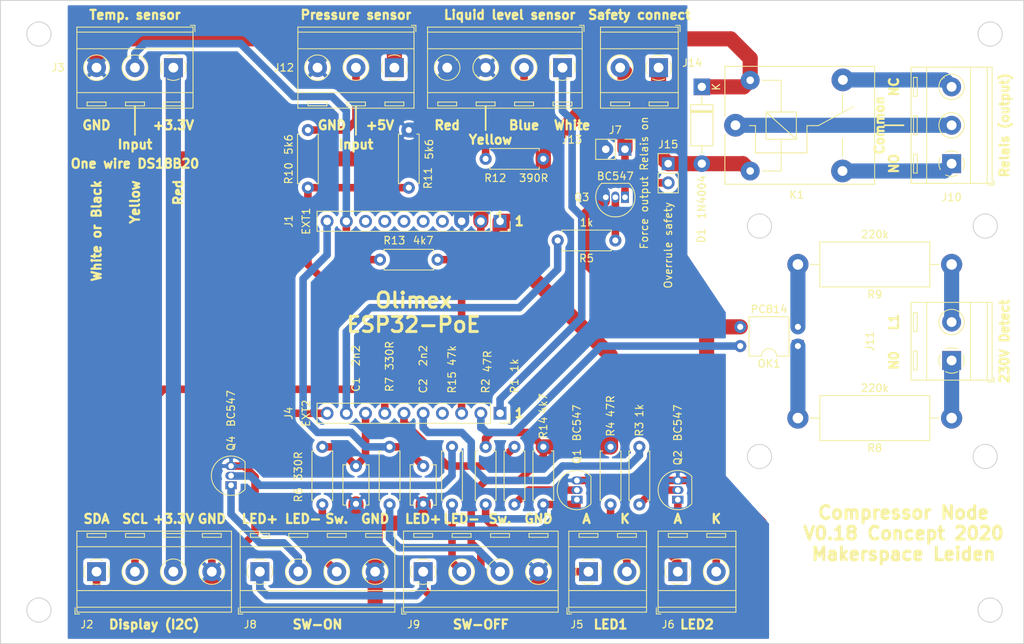
<source format=kicad_pcb>
(kicad_pcb (version 20171130) (host pcbnew 5.1.5+dfsg1-2build2)
  (title_block (title CompressorNode) (date 2020-04-27) (rev "V0.18 Concept") (company "MakerSpace Leiden") (comment 1 "Getekend door Hans Beerman"))
  (layers (0 F.Cu signal) (31 B.Cu signal) (34 B.Paste user) (35 F.Paste user) (36 B.SilkS user) (37 F.SilkS user) (38 B.Mask user) (39 F.Mask user) (44 Edge.Cuts user))
  (net 0 "")
  (net 1 GND)
  (net 2 GPIO15_HS2_CMD)
  (net 3 GPIO5_SPI_C5)
  (net 4 "Net-(D1-Pad2)")
  (net 5 +5V)
  (net 6 GPIO4_U1TXD)
  (net 7 +3V3)
  (net 8 GPIO16_I2C-SCL)
  (net 9 GPIO13_I2C-SDA)
  (net 10 GPIO14_HS2_CLK)
  (net 11 GPIO32)
  (net 12 GPIO33)
  (net 13 GPI35)
  (net 14 GPI36_U1RXD)
  (net 15 GPI39)
  (net 16 "Net-(J5-Pad1)")
  (net 17 "Net-(J6-Pad2)")
  (net 18 "Net-(J6-Pad1)")
  (net 19 "Net-(J10-Pad3)")
  (net 20 "Net-(J10-Pad2)")
  (net 21 "Net-(J10-Pad1)")
  (net 22 "Net-(J11-Pad2)")
  (net 23 "Net-(J11-Pad1)")
  (net 24 "Net-(J12-Pad2)")
  (net 25 "Net-(J13-Pad2)")
  (net 26 "Net-(Q1-Pad2)")
  (net 27 "Net-(Q2-Pad2)")
  (net 28 "Net-(Q3-Pad2)")
  (net 29 "Net-(OK1-Pad2)")
  (net 30 "Net-(OK1-Pad1)")
  (net 31 "Net-(J8-Pad2)")
  (net 32 SWITCH-LED1-)
  (net 33 "Net-(J8-Pad3)")
  (net 34 "Net-(J9-Pad3)")
  (net 35 "Net-(Q4-Pad2)")
  (net 36 "Net-(J14-Pad2)")
  (module Connector_PinHeader_2.54mm:PinHeader_1x02_P2.54mm_Vertical (layer F.Cu) (at 166.37 76.2)
    (fp_text reference J15 (at 0 -2.54) (layer F.SilkS))
    (fp_text value "Overrule safety" (at 0 10.795 90) (layer F.SilkS))
    (pad 2 thru_hole oval (at 0 2.54) (size 1.7 1.7) (drill 1) (layers *.Cu *.Mask) (net 36 "Net-(J14-Pad2)"))
    (pad 1 thru_hole rect (at 0 0) (size 1.7 1.7) (drill 1) (layers *.Cu *.Mask) (net 4 "Net-(D1-Pad2)"))
  )
  (module Diode_THT:D_DO-41_SOD81_P10.16mm_Horizontal (layer F.Cu) (at 170.815 66.04 270)
    (fp_text reference D1 (at 19.685 0.07 90) (layer F.SilkS))
    (fp_text value 1N4004 (at 14.605 0 90) (layer F.SilkS))
    (fp_text user K (at 0 -1.905 90) (layer F.SilkS))
    (pad 2 thru_hole oval (at 10.16 0 270) (size 2.2 2.2) (drill 1.1) (layers *.Cu *.Mask) (net 4 "Net-(D1-Pad2)"))
    (pad 1 thru_hole rect (at 0 0 270) (size 2.2 2.2) (drill 1.1) (layers *.Cu *.Mask) (net 5 +5V))
  )
  (module TerminalBlock_RND:TerminalBlock_RND_205-00287_1x02_P5.08mm_Horizontal (layer F.Cu) (at 165.1 63.5 180)
    (fp_text reference J14 (at -4.445 0.635) (layer F.SilkS))
    (fp_text value Screw_Terminal_01x02)
    (pad 2 thru_hole circle (at 5.08 0 180) (size 2.5 2.5) (drill 1.3) (layers *.Cu *.Mask) (net 36 "Net-(J14-Pad2)"))
    (pad 1 thru_hole rect (at 0 0 180) (size 2.5 2.5) (drill 1.3) (layers *.Cu *.Mask) (net 4 "Net-(D1-Pad2)"))
  )
  (module Capacitor_THT:C_Disc_D5.1mm_W3.2mm_P5.00mm (layer F.Cu) (at 133.985 116.205 270)
    (fp_text reference C2 (at -9.525 0 90) (layer F.SilkS) (effects (justify left)))
    (fp_text value 2n2 (at -14.605 0 90) (layer F.SilkS))
    (pad 2 thru_hole circle (at 5 0 270) (size 1.6 1.6) (drill 0.8) (layers *.Cu *.Mask) (net 1 GND))
    (pad 1 thru_hole circle (at 0 0 270) (size 1.6 1.6) (drill 0.8) (layers *.Cu *.Mask) (net 3 GPIO5_SPI_C5))
  )
  (module Resistor_THT:R_Axial_DIN0207_L6.3mm_D2.5mm_P7.62mm_Horizontal (layer F.Cu) (at 158.75 113.665 270)
    (fp_text reference R4 (at -1.27 0 90) (layer F.SilkS) (effects (justify left)))
    (fp_text value 47R (at -3.81 0 90) (layer F.SilkS) (effects (justify left)))
    (pad 2 thru_hole oval (at 7.62 0 270) (size 1.6 1.6) (drill 0.8) (layers *.Cu *.Mask) (net 18 "Net-(J6-Pad1)"))
    (pad 1 thru_hole circle (at 0 0 270) (size 1.6 1.6) (drill 0.8) (layers *.Cu *.Mask) (net 5 +5V))
  )
  (module Package_TO_SOT_THT:TO-92_Inline (layer F.Cu) (at 167.64 120.65 90)
    (fp_text reference Q2 (at 4.445 0 90) (layer F.SilkS) (effects (justify left)))
    (fp_text value BC547 (at 10.16 0 90) (layer F.SilkS))
    (pad 1 thru_hole rect (at 0 0 90) (size 1.05 1.5) (drill 0.75) (layers *.Cu *.Mask) (net 17 "Net-(J6-Pad2)"))
    (pad 3 thru_hole oval (at 2.54 0 90) (size 1.05 1.5) (drill 0.75) (layers *.Cu *.Mask) (net 1 GND))
    (pad 2 thru_hole oval (at 1.27 0 90) (size 1.05 1.5) (drill 0.75) (layers *.Cu *.Mask) (net 27 "Net-(Q2-Pad2)"))
  )
  (module TerminalBlock_RND:TerminalBlock_RND_205-00287_1x02_P5.08mm_Horizontal (layer F.Cu) (at 167.64 130.175)
    (fp_text reference J6 (at -1.27 6.985) (layer F.SilkS))
    (fp_text value Screw_Terminal_01x02)
    (pad 2 thru_hole circle (at 5.08 0) (size 2.5 2.5) (drill 1.3) (layers *.Cu *.Mask) (net 17 "Net-(J6-Pad2)"))
    (pad 1 thru_hole rect (at 0 0) (size 2.5 2.5) (drill 1.3) (layers *.Cu *.Mask) (net 18 "Net-(J6-Pad1)"))
  )
  (module TerminalBlock_RND:TerminalBlock_RND_205-00287_1x02_P5.08mm_Horizontal (layer F.Cu) (at 155.829 130.175)
    (fp_text reference J5 (at -1.524 6.985) (layer F.SilkS))
    (fp_text value Screw_Terminal_01x02)
    (pad 2 thru_hole circle (at 5.08 0) (size 2.5 2.5) (drill 1.3) (layers *.Cu *.Mask) (net 32 SWITCH-LED1-))
    (pad 1 thru_hole rect (at 0 0) (size 2.5 2.5) (drill 1.3) (layers *.Cu *.Mask) (net 16 "Net-(J5-Pad1)"))
  )
  (module Resistor_THT:R_Axial_DIN0207_L6.3mm_D2.5mm_P7.62mm_Horizontal (layer F.Cu) (at 137.795 113.665 270)
    (fp_text reference R15 (at -6.985 0 90) (layer F.SilkS) (effects (justify left)))
    (fp_text value 47k (at -12.065 0 90) (layer F.SilkS))
    (pad 2 thru_hole oval (at 7.62 0 270) (size 1.6 1.6) (drill 0.8) (layers *.Cu *.Mask) (net 32 SWITCH-LED1-))
    (pad 1 thru_hole circle (at 0 0 270) (size 1.6 1.6) (drill 0.8) (layers *.Cu *.Mask) (net 35 "Net-(Q4-Pad2)"))
  )
  (module Resistor_THT:R_Axial_DIN0207_L6.3mm_D2.5mm_P7.62mm_Horizontal (layer F.Cu) (at 149.86 113.665 270)
    (fp_text reference R14 (at -2.54 0 90) (layer F.SilkS))
    (fp_text value 4k7 (at -5.715 0 90) (layer F.SilkS))
    (pad 2 thru_hole oval (at 7.62 0 270) (size 1.6 1.6) (drill 0.8) (layers *.Cu *.Mask) (net 32 SWITCH-LED1-))
    (pad 1 thru_hole circle (at 0 0 270) (size 1.6 1.6) (drill 0.8) (layers *.Cu *.Mask) (net 5 +5V))
  )
  (module Package_TO_SOT_THT:TO-92_Inline (layer F.Cu) (at 108.585 118.745 90)
    (fp_text reference Q4 (at 4.445 0 90) (layer F.SilkS) (effects (justify left)))
    (fp_text value BC547 (at 10.16 0 90) (layer F.SilkS))
    (pad 1 thru_hole rect (at 0 0 90) (size 1.05 1.5) (drill 0.75) (layers *.Cu *.Mask) (net 31 "Net-(J8-Pad2)"))
    (pad 3 thru_hole oval (at 2.54 0 90) (size 1.05 1.5) (drill 0.75) (layers *.Cu *.Mask) (net 1 GND))
    (pad 2 thru_hole oval (at 1.27 0 90) (size 1.05 1.5) (drill 0.75) (layers *.Cu *.Mask) (net 35 "Net-(Q4-Pad2)"))
  )
  (module TerminalBlock_RND:TerminalBlock_RND_205-00289_1x04_P5.08mm_Horizontal (layer F.Cu) (at 133.985 130.175)
    (fp_text reference J9 (at -1.27 6.985) (layer F.SilkS))
    (fp_text value Screw_Terminal_01x04)
    (pad 4 thru_hole circle (at 15.24 0) (size 2.5 2.5) (drill 1.3) (layers *.Cu *.Mask) (net 1 GND))
    (pad 3 thru_hole circle (at 10.16 0) (size 2.5 2.5) (drill 1.3) (layers *.Cu *.Mask) (net 34 "Net-(J9-Pad3)"))
    (pad 2 thru_hole circle (at 5.08 0) (size 2.5 2.5) (drill 1.3) (layers *.Cu *.Mask) (net 32 SWITCH-LED1-))
    (pad 1 thru_hole rect (at 0 0) (size 2.5 2.5) (drill 1.3) (layers *.Cu *.Mask) (net 5 +5V))
  )
  (module TerminalBlock_RND:TerminalBlock_RND_205-00289_1x04_P5.08mm_Horizontal (layer F.Cu) (at 112.395 130.175)
    (fp_text reference J8 (at -1.27 6.985) (layer F.SilkS))
    (fp_text value Screw_Terminal_01x04)
    (pad 4 thru_hole circle (at 15.24 0) (size 2.5 2.5) (drill 1.3) (layers *.Cu *.Mask) (net 1 GND))
    (pad 3 thru_hole circle (at 10.16 0) (size 2.5 2.5) (drill 1.3) (layers *.Cu *.Mask) (net 33 "Net-(J8-Pad3)"))
    (pad 2 thru_hole circle (at 5.08 0) (size 2.5 2.5) (drill 1.3) (layers *.Cu *.Mask) (net 31 "Net-(J8-Pad2)"))
    (pad 1 thru_hole rect (at 0 0) (size 2.5 2.5) (drill 1.3) (layers *.Cu *.Mask) (net 5 +5V))
  )
  (module Resistor_THT:R_Axial_DIN0207_L6.3mm_D2.5mm_P7.62mm_Horizontal (layer F.Cu) (at 129.54 121.285 90)
    (fp_text reference R7 (at 15.875 0 90) (layer F.SilkS))
    (fp_text value 330R (at 19.685 0 90) (layer F.SilkS))
    (pad 2 thru_hole oval (at 7.62 0 90) (size 1.6 1.6) (drill 0.8) (layers *.Cu *.Mask) (net 3 GPIO5_SPI_C5))
    (pad 1 thru_hole circle (at 0 0 90) (size 1.6 1.6) (drill 0.8) (layers *.Cu *.Mask) (net 34 "Net-(J9-Pad3)"))
  )
  (module Resistor_THT:R_Axial_DIN0207_L6.3mm_D2.5mm_P7.62mm_Horizontal (layer F.Cu) (at 128.27 88.9)
    (fp_text reference R13 (at 1.905 -2.54) (layer F.SilkS))
    (fp_text value 4k7 (at 5.715 -2.54) (layer F.SilkS))
    (pad 2 thru_hole oval (at 7.62 0) (size 1.6 1.6) (drill 0.8) (layers *.Cu *.Mask) (net 7 +3V3))
    (pad 1 thru_hole circle (at 0 0) (size 1.6 1.6) (drill 0.8) (layers *.Cu *.Mask) (net 6 GPIO4_U1TXD))
  )
  (module Resistor_THT:R_Axial_DIN0207_L6.3mm_D2.5mm_P7.62mm_Horizontal (layer F.Cu) (at 149.86 75.565 180)
    (fp_text reference R12 (at 6.35 -2.54) (layer F.SilkS))
    (fp_text value 390R (at 1.27 -2.54) (layer F.SilkS))
    (pad 2 thru_hole oval (at 7.62 0 180) (size 1.6 1.6) (drill 0.8) (layers *.Cu *.Mask) (net 25 "Net-(J13-Pad2)"))
    (pad 1 thru_hole circle (at 0 0 180) (size 1.6 1.6) (drill 0.8) (layers *.Cu *.Mask) (net 5 +5V))
  )
  (module Resistor_THT:R_Axial_DIN0207_L6.3mm_D2.5mm_P7.62mm_Horizontal (layer F.Cu) (at 132.08 71.755 270)
    (fp_text reference R11 (at 6.35 -2.54 90) (layer F.SilkS))
    (fp_text value 5k6 (at 2.54 -2.71 90) (layer F.SilkS))
    (pad 2 thru_hole oval (at 7.62 0 270) (size 1.6 1.6) (drill 0.8) (layers *.Cu *.Mask) (net 13 GPI35))
    (pad 1 thru_hole circle (at 0 0 270) (size 1.6 1.6) (drill 0.8) (layers *.Cu *.Mask) (net 1 GND))
  )
  (module Resistor_THT:R_Axial_DIN0207_L6.3mm_D2.5mm_P7.62mm_Horizontal (layer F.Cu) (at 118.745 79.375 90)
    (fp_text reference R10 (at 1.905 -2.54 90) (layer F.SilkS))
    (fp_text value 5k6 (at 5.715 -2.54 90) (layer F.SilkS))
    (pad 2 thru_hole oval (at 7.62 0 90) (size 1.6 1.6) (drill 0.8) (layers *.Cu *.Mask) (net 24 "Net-(J12-Pad2)"))
    (pad 1 thru_hole circle (at 0 0 90) (size 1.6 1.6) (drill 0.8) (layers *.Cu *.Mask) (net 13 GPI35))
  )
  (module Resistor_THT:R_Axial_DIN0614_L14.3mm_D5.7mm_P20.32mm_Horizontal (layer F.Cu) (at 203.835 89.535 180)
    (fp_text reference R9 (at 10.16 -3.97) (layer F.SilkS))
    (fp_text value 220k (at 10.16 3.97) (layer F.SilkS))
    (pad 2 thru_hole oval (at 20.32 0 180) (size 2.8 2.8) (drill 1.4) (layers *.Cu *.Mask) (net 29 "Net-(OK1-Pad2)"))
    (pad 1 thru_hole circle (at 0 0 180) (size 2.8 2.8) (drill 1.4) (layers *.Cu *.Mask) (net 22 "Net-(J11-Pad2)"))
  )
  (module Resistor_THT:R_Axial_DIN0614_L14.3mm_D5.7mm_P20.32mm_Horizontal (layer F.Cu) (at 203.835 109.855 180)
    (fp_text reference R8 (at 10.16 -3.97) (layer F.SilkS))
    (fp_text value 220k (at 10.16 3.97) (layer F.SilkS))
    (pad 2 thru_hole oval (at 20.32 0 180) (size 2.8 2.8) (drill 1.4) (layers *.Cu *.Mask) (net 30 "Net-(OK1-Pad1)"))
    (pad 1 thru_hole circle (at 0 0 180) (size 2.8 2.8) (drill 1.4) (layers *.Cu *.Mask) (net 23 "Net-(J11-Pad1)"))
  )
  (module Resistor_THT:R_Axial_DIN0207_L6.3mm_D2.5mm_P7.62mm_Horizontal (layer F.Cu) (at 120.65 121.285 90)
    (fp_text reference R6 (at 1.27 -3.175 90) (layer F.SilkS))
    (fp_text value 330R (at 5.08 -3.175 90) (layer F.SilkS))
    (pad 2 thru_hole oval (at 7.62 0 90) (size 1.6 1.6) (drill 0.8) (layers *.Cu *.Mask) (net 2 GPIO15_HS2_CMD))
    (pad 1 thru_hole circle (at 0 0 90) (size 1.6 1.6) (drill 0.8) (layers *.Cu *.Mask) (net 33 "Net-(J8-Pad3)"))
  )
  (module Resistor_THT:R_Axial_DIN0207_L6.3mm_D2.5mm_P7.62mm_Horizontal (layer F.Cu) (at 159.385 86.36 180)
    (fp_text reference R5 (at 3.81 -2.37) (layer F.SilkS))
    (fp_text value 1k (at 3.81 2.37) (layer F.SilkS))
    (pad 2 thru_hole oval (at 7.62 0 180) (size 1.6 1.6) (drill 0.8) (layers *.Cu *.Mask) (net 10 GPIO14_HS2_CLK))
    (pad 1 thru_hole circle (at 0 0 180) (size 1.6 1.6) (drill 0.8) (layers *.Cu *.Mask) (net 28 "Net-(Q3-Pad2)"))
  )
  (module Resistor_THT:R_Axial_DIN0207_L6.3mm_D2.5mm_P7.62mm_Horizontal (layer F.Cu) (at 162.56 121.285 90)
    (fp_text reference R3 (at 8.89 0 90) (layer F.SilkS) (effects (justify left)))
    (fp_text value 1k (at 11.43 0 90) (layer F.SilkS) (effects (justify left)))
    (pad 2 thru_hole oval (at 7.62 0 90) (size 1.6 1.6) (drill 0.8) (layers *.Cu *.Mask) (net 12 GPIO33))
    (pad 1 thru_hole circle (at 0 0 90) (size 1.6 1.6) (drill 0.8) (layers *.Cu *.Mask) (net 27 "Net-(Q2-Pad2)"))
  )
  (module Resistor_THT:R_Axial_DIN0207_L6.3mm_D2.5mm_P7.62mm_Horizontal (layer F.Cu) (at 142.24 113.665 270)
    (fp_text reference R2 (at -6.985 0 90) (layer F.SilkS) (effects (justify left)))
    (fp_text value 47R (at -11.303 -0.254 90) (layer F.SilkS))
    (pad 2 thru_hole oval (at 7.62 0 270) (size 1.6 1.6) (drill 0.8) (layers *.Cu *.Mask) (net 16 "Net-(J5-Pad1)"))
    (pad 1 thru_hole circle (at 0 0 270) (size 1.6 1.6) (drill 0.8) (layers *.Cu *.Mask) (net 5 +5V))
  )
  (module Resistor_THT:R_Axial_DIN0207_L6.3mm_D2.5mm_P7.62mm_Horizontal (layer F.Cu) (at 146.05 121.285 90)
    (fp_text reference R1 (at 14.605 0 90) (layer F.SilkS) (effects (justify left)))
    (fp_text value 1k (at 18.415 0 90) (layer F.SilkS))
    (pad 2 thru_hole oval (at 7.62 0 90) (size 1.6 1.6) (drill 0.8) (layers *.Cu *.Mask) (net 11 GPIO32))
    (pad 1 thru_hole circle (at 0 0 90) (size 1.6 1.6) (drill 0.8) (layers *.Cu *.Mask) (net 26 "Net-(Q1-Pad2)"))
  )
  (module Package_TO_SOT_THT:TO-92_Inline (layer F.Cu) (at 160.655 80.645 180)
    (fp_text reference Q3 (at 5.715 0) (layer F.SilkS))
    (fp_text value BC547 (at 1.27 2.79) (layer F.SilkS))
    (pad 1 thru_hole rect (at 0 0 180) (size 1.05 1.5) (drill 0.75) (layers *.Cu *.Mask) (net 36 "Net-(J14-Pad2)"))
    (pad 3 thru_hole oval (at 2.54 0 180) (size 1.05 1.5) (drill 0.75) (layers *.Cu *.Mask) (net 1 GND))
    (pad 2 thru_hole oval (at 1.27 0 180) (size 1.05 1.5) (drill 0.75) (layers *.Cu *.Mask) (net 28 "Net-(Q3-Pad2)"))
  )
  (module Package_TO_SOT_THT:TO-92_Inline (layer F.Cu) (at 154.305 120.65 90)
    (fp_text reference Q1 (at 5.715 0 90) (layer F.SilkS))
    (fp_text value BC547 (at 10.16 0 90) (layer F.SilkS))
    (pad 1 thru_hole rect (at 0 0 90) (size 1.05 1.5) (drill 0.75) (layers *.Cu *.Mask) (net 32 SWITCH-LED1-))
    (pad 3 thru_hole oval (at 2.54 0 90) (size 1.05 1.5) (drill 0.75) (layers *.Cu *.Mask) (net 1 GND))
    (pad 2 thru_hole oval (at 1.27 0 90) (size 1.05 1.5) (drill 0.75) (layers *.Cu *.Mask) (net 26 "Net-(Q1-Pad2)"))
  )
  (module Package_DIP:DIP-4_W7.62mm (layer F.Cu) (at 183.515 100.33 180)
    (fp_text reference OK1 (at 3.81 -2.33) (layer F.SilkS))
    (fp_text value PC814 (at 3.81 4.87) (layer F.SilkS))
    (pad 4 thru_hole oval (at 7.62 0 180) (size 1.6 1.6) (drill 0.8) (layers *.Cu *.Mask) (net 14 GPI36_U1RXD))
    (pad 2 thru_hole oval (at 0 2.54 180) (size 1.6 1.6) (drill 0.8) (layers *.Cu *.Mask) (net 29 "Net-(OK1-Pad2)"))
    (pad 3 thru_hole oval (at 7.62 2.54 180) (size 1.6 1.6) (drill 0.8) (layers *.Cu *.Mask) (net 1 GND))
    (pad 1 thru_hole rect (at 0 0 180) (size 1.6 1.6) (drill 0.8) (layers *.Cu *.Mask) (net 30 "Net-(OK1-Pad1)"))
  )
  (module Relay_THT:Relay_SPDT_SANYOU_SRD_Series_Form_C (layer F.Cu) (at 175.26 71.12)
    (fp_text reference K1 (at 8.1 9.2) (layer F.SilkS))
    (fp_text value SANYOU_SRD_Form_C)
    (pad 1 thru_hole circle (at 0 0 90) (size 3 3) (drill 1.3) (layers *.Cu *.Mask) (net 20 "Net-(J10-Pad2)"))
    (pad 5 thru_hole circle (at 1.95 -5.95 90) (size 2.5 2.5) (drill 1) (layers *.Cu *.Mask) (net 5 +5V))
    (pad 4 thru_hole circle (at 14.2 -6 90) (size 3 3) (drill 1.3) (layers *.Cu *.Mask) (net 19 "Net-(J10-Pad3)"))
    (pad 3 thru_hole circle (at 14.15 6.05 90) (size 3 3) (drill 1.3) (layers *.Cu *.Mask) (net 21 "Net-(J10-Pad1)"))
    (pad 2 thru_hole circle (at 1.95 6.05 90) (size 2.5 2.5) (drill 1) (layers *.Cu *.Mask) (net 4 "Net-(D1-Pad2)"))
  )
  (module TerminalBlock_RND:TerminalBlock_RND_205-00289_1x04_P5.08mm_Horizontal (layer F.Cu) (at 152.4 63.5 180)
    (fp_text reference J13 (at -1.27 -9.525) (layer F.SilkS))
    (fp_text value Screw_Terminal_01x04)
    (pad 4 thru_hole circle (at 15.24 0 180) (size 2.5 2.5) (drill 1.3) (layers *.Cu *.Mask) (net 1 GND))
    (pad 3 thru_hole circle (at 10.16 0 180) (size 2.5 2.5) (drill 1.3) (layers *.Cu *.Mask) (net 1 GND))
    (pad 2 thru_hole circle (at 5.08 0 180) (size 2.5 2.5) (drill 1.3) (layers *.Cu *.Mask) (net 25 "Net-(J13-Pad2)"))
    (pad 1 thru_hole rect (at 0 0 180) (size 2.5 2.5) (drill 1.3) (layers *.Cu *.Mask) (net 15 GPI39))
  )
  (module TerminalBlock_RND:TerminalBlock_RND_205-00288_1x03_P5.08mm_Horizontal (layer F.Cu) (at 130.175 63.5 180)
    (fp_text reference J12 (at 14.605 0) (layer F.SilkS))
    (fp_text value Screw_Terminal_01x03)
    (pad 3 thru_hole circle (at 10.16 0 180) (size 2.5 2.5) (drill 1.3) (layers *.Cu *.Mask) (net 1 GND))
    (pad 2 thru_hole circle (at 5.08 0 180) (size 2.5 2.5) (drill 1.3) (layers *.Cu *.Mask) (net 24 "Net-(J12-Pad2)"))
    (pad 1 thru_hole rect (at 0 0 180) (size 2.5 2.5) (drill 1.3) (layers *.Cu *.Mask) (net 5 +5V))
  )
  (module TerminalBlock_RND:TerminalBlock_RND_205-00287_1x02_P5.08mm_Horizontal (layer F.Cu) (at 203.835 102.235 90)
    (fp_text reference J11 (at 2.54 -10.795 90) (layer F.SilkS))
    (fp_text value Screw_Terminal_01x02)
    (pad 2 thru_hole circle (at 5.08 0 90) (size 2.5 2.5) (drill 1.3) (layers *.Cu *.Mask) (net 22 "Net-(J11-Pad2)"))
    (pad 1 thru_hole rect (at 0 0 90) (size 2.5 2.5) (drill 1.3) (layers *.Cu *.Mask) (net 23 "Net-(J11-Pad1)"))
  )
  (module TerminalBlock_RND:TerminalBlock_RND_205-00288_1x03_P5.08mm_Horizontal (layer F.Cu) (at 203.835 76.2 90)
    (fp_text reference J10 (at -4.445 0 180) (layer F.SilkS))
    (fp_text value Screw_Terminal_01x03)
    (pad 3 thru_hole circle (at 10.16 0 90) (size 2.5 2.5) (drill 1.3) (layers *.Cu *.Mask) (net 19 "Net-(J10-Pad3)"))
    (pad 2 thru_hole circle (at 5.08 0 90) (size 2.5 2.5) (drill 1.3) (layers *.Cu *.Mask) (net 20 "Net-(J10-Pad2)"))
    (pad 1 thru_hole rect (at 0 0 90) (size 2.5 2.5) (drill 1.3) (layers *.Cu *.Mask) (net 21 "Net-(J10-Pad1)"))
  )
  (module Connector_PinHeader_2.54mm:PinHeader_1x02_P2.54mm_Vertical (layer F.Cu) (at 160.655 74.295 270)
    (fp_text reference J7 (at -2.54 1.27) (layer F.SilkS))
    (fp_text value "Force output Relais on" (at 4.445 -2.54 270) (layer F.SilkS))
    (pad 2 thru_hole oval (at 0 2.54 270) (size 1.7 1.7) (drill 1) (layers *.Cu *.Mask) (net 1 GND))
    (pad 1 thru_hole rect (at 0 0 270) (size 1.7 1.7) (drill 1) (layers *.Cu *.Mask) (net 36 "Net-(J14-Pad2)"))
  )
  (module Connector_PinSocket_2.54mm:PinSocket_1x10_P2.54mm_Vertical (layer F.Cu) (at 144.145 109.22 270)
    (fp_text reference J4 (at 0 27.94 90) (layer F.SilkS))
    (fp_text value EXT2 (at 0 25.63 90) (layer F.SilkS))
    (pad 10 thru_hole oval (at 0 22.86 270) (size 1.7 1.7) (drill 1) (layers *.Cu *.Mask) (net 9 GPIO13_I2C-SDA))
    (pad 9 thru_hole oval (at 0 20.32 270) (size 1.7 1.7) (drill 1) (layers *.Cu *.Mask) (net 10 GPIO14_HS2_CLK))
    (pad 8 thru_hole oval (at 0 17.78 270) (size 1.7 1.7) (drill 1) (layers *.Cu *.Mask) (net 2 GPIO15_HS2_CMD))
    (pad 7 thru_hole oval (at 0 15.24 270) (size 1.7 1.7) (drill 1) (layers *.Cu *.Mask) (net 8 GPIO16_I2C-SCL))
    (pad 6 thru_hole oval (at 0 12.7 270) (size 1.7 1.7) (drill 1) (layers *.Cu *.Mask) (net 11 GPIO32))
    (pad 5 thru_hole oval (at 0 10.16 270) (size 1.7 1.7) (drill 1) (layers *.Cu *.Mask) (net 12 GPIO33))
    (pad 4 thru_hole oval (at 0 7.62 270) (size 1.7 1.7) (drill 1) (layers *.Cu *.Mask))
    (pad 3 thru_hole oval (at 0 5.08 270) (size 1.7 1.7) (drill 1) (layers *.Cu *.Mask) (net 13 GPI35))
    (pad 2 thru_hole oval (at 0 2.54 270) (size 1.7 1.7) (drill 1) (layers *.Cu *.Mask) (net 14 GPI36_U1RXD))
    (pad 1 thru_hole rect (at 0 0 270) (size 1.7 1.7) (drill 1) (layers *.Cu *.Mask) (net 15 GPI39))
  )
  (module TerminalBlock_RND:TerminalBlock_RND_205-00288_1x03_P5.08mm_Horizontal (layer F.Cu) (at 100.965 63.5 180)
    (fp_text reference J3 (at 15.24 0) (layer F.SilkS))
    (fp_text value Screw_Terminal_01x03)
    (pad 3 thru_hole circle (at 10.16 0 180) (size 2.5 2.5) (drill 1.3) (layers *.Cu *.Mask) (net 1 GND))
    (pad 2 thru_hole circle (at 5.08 0 180) (size 2.5 2.5) (drill 1.3) (layers *.Cu *.Mask) (net 6 GPIO4_U1TXD))
    (pad 1 thru_hole rect (at 0 0 180) (size 2.5 2.5) (drill 1.3) (layers *.Cu *.Mask) (net 7 +3V3))
  )
  (module TerminalBlock_RND:TerminalBlock_RND_205-00289_1x04_P5.08mm_Horizontal (layer F.Cu) (at 90.805 130.175)
    (fp_text reference J2 (at -1.27 6.985) (layer F.SilkS))
    (fp_text value Screw_Terminal_01x04)
    (pad 4 thru_hole circle (at 15.24 0) (size 2.5 2.5) (drill 1.3) (layers *.Cu *.Mask) (net 1 GND))
    (pad 3 thru_hole circle (at 10.16 0) (size 2.5 2.5) (drill 1.3) (layers *.Cu *.Mask) (net 7 +3V3))
    (pad 2 thru_hole circle (at 5.08 0) (size 2.5 2.5) (drill 1.3) (layers *.Cu *.Mask) (net 8 GPIO16_I2C-SCL))
    (pad 1 thru_hole rect (at 0 0) (size 2.5 2.5) (drill 1.3) (layers *.Cu *.Mask) (net 9 GPIO13_I2C-SDA))
  )
  (module Connector_PinSocket_2.54mm:PinSocket_1x10_P2.54mm_Vertical (layer F.Cu) (at 144.145 83.82 270)
    (fp_text reference J1 (at 0 27.94 90) (layer F.SilkS))
    (fp_text value EXT1 (at 0 25.63 90) (layer F.SilkS))
    (pad 10 thru_hole oval (at 0 22.86 270) (size 1.7 1.7) (drill 1) (layers *.Cu *.Mask) (net 3 GPIO5_SPI_C5))
    (pad 9 thru_hole oval (at 0 20.32 270) (size 1.7 1.7) (drill 1) (layers *.Cu *.Mask) (net 6 GPIO4_U1TXD))
    (pad 8 thru_hole oval (at 0 17.78 270) (size 1.7 1.7) (drill 1) (layers *.Cu *.Mask))
    (pad 7 thru_hole oval (at 0 15.24 270) (size 1.7 1.7) (drill 1) (layers *.Cu *.Mask))
    (pad 6 thru_hole oval (at 0 12.7 270) (size 1.7 1.7) (drill 1) (layers *.Cu *.Mask))
    (pad 5 thru_hole oval (at 0 10.16 270) (size 1.7 1.7) (drill 1) (layers *.Cu *.Mask))
    (pad 4 thru_hole oval (at 0 7.62 270) (size 1.7 1.7) (drill 1) (layers *.Cu *.Mask))
    (pad 3 thru_hole oval (at 0 5.08 270) (size 1.7 1.7) (drill 1) (layers *.Cu *.Mask) (net 1 GND))
    (pad 2 thru_hole oval (at 0 2.54 270) (size 1.7 1.7) (drill 1) (layers *.Cu *.Mask) (net 7 +3V3))
    (pad 1 thru_hole rect (at 0 0 270) (size 1.7 1.7) (drill 1) (layers *.Cu *.Mask) (net 5 +5V))
  )
  (module Capacitor_THT:C_Disc_D5.1mm_W3.2mm_P5.00mm (layer F.Cu) (at 125.095 116.205 270)
    (fp_text reference C1 (at -10.795 0 90) (layer F.SilkS))
    (fp_text value 2n2 (at -14.605 0 90) (layer F.SilkS))
    (pad 2 thru_hole circle (at 5 0 270) (size 1.6 1.6) (drill 0.8) (layers *.Cu *.Mask) (net 1 GND))
    (pad 1 thru_hole circle (at 0 0 270) (size 1.6 1.6) (drill 0.8) (layers *.Cu *.Mask) (net 2 GPIO15_HS2_CMD))
  )
  (gr_text "Safety connect" (at 162.56 56.515) (layer F.SilkS) (effects (font (size 1.2 1.2) (thickness 0.3))))
  (gr_text LED- (at 139.065 123.19) (layer F.SilkS) (effects (font (size 1.2 1.2) (thickness 0.3))))
  (gr_text LED- (at 118.11 123.19) (layer F.SilkS) (effects (font (size 1.2 1.2) (thickness 0.3))))
  (gr_text "Compressor Node\nV0.18 Concept 2020\nMakerspace Leiden" (at 197.485 125.095) (layer F.SilkS) (effects (font (size 1.7 1.7) (thickness 0.4))))
  (gr_text LED+ (at 133.985 123.19) (layer F.SilkS) (effects (font (size 1.2 1.2) (thickness 0.3))))
  (gr_text LED+ (at 112.395 123.19) (layer F.SilkS) (effects (font (size 1.2 1.2) (thickness 0.3))))
  (gr_line (start 142.24 71.755) (end 142.24 68.58) (layer F.SilkS) (width 0.22))
  (gr_line (start 125.095 72.39) (end 125.095 68.58) (layer F.SilkS) (width 0.22))
  (gr_text Red (at 101.6 80.01 90) (layer F.SilkS) (effects (font (size 1.2 1.2) (thickness 0.3))))
  (gr_text Yellow (at 95.885 81.28 90) (layer F.SilkS) (effects (font (size 1.2 1.2) (thickness 0.3))))
  (gr_text "White or Black" (at 90.805 85.09 90) (layer F.SilkS) (effects (font (size 1.2 1.2) (thickness 0.3))))
  (gr_text 1 (at 146.685 83.82) (layer F.SilkS) (effects (font (size 1.2 1.2) (thickness 0.3))))
  (gr_text 1 (at 144.145 83.185) (layer F.SilkS) (effects (font (size 1.2 1.2) (thickness 0.3))))
  (gr_text 1 (at 146.685 109.22) (layer F.SilkS) (effects (font (size 1.2 1.2) (thickness 0.3))))
  (gr_text "Olimex\nESP32-PoE" (at 132.715 95.885) (layer F.SilkS) (effects (font (size 2 2) (thickness 0.4))))
  (gr_line (start 95.885 72.39) (end 95.885 68.58) (layer F.SilkS) (width 0.22))
  (gr_text L1 (at 196.215 97.155 90) (layer F.SilkS) (effects (font (size 1.2 1.2) (thickness 0.3))))
  (gr_text N0 (at 196.215 102.235 90) (layer F.SilkS) (effects (font (size 1.2 1.2) (thickness 0.3))))
  (gr_text Sw. (at 144.145 123.19) (layer F.SilkS) (effects (font (size 1.2 1.2) (thickness 0.3))))
  (gr_text Sw. (at 122.555 123.19) (layer F.SilkS) (effects (font (size 1.2 1.2) (thickness 0.3))))
  (gr_line (start 197.485 71.12) (end 194.945 71.12) (layer F.SilkS) (width 0.22))
  (gr_text NC (at 196.215 66.04 90) (layer F.SilkS) (effects (font (size 1.2 1.2) (thickness 0.3))))
  (gr_text Common (at 194.31 71.12 90) (layer F.SilkS) (effects (font (size 1.2 1.2) (thickness 0.3))))
  (gr_text NO (at 196.215 76.2 90) (layer F.SilkS) (effects (font (size 1.2 1.2) (thickness 0.3))))
  (gr_text "Relais (output)" (at 210.82 71.12 90) (layer F.SilkS) (effects (font (size 1.2 1.2) (thickness 0.3))))
  (gr_text "230V Detect" (at 210.82 99.695 90) (layer F.SilkS) (effects (font (size 1.2 1.2) (thickness 0.3))))
  (gr_text White (at 153.67 71.12) (layer F.SilkS) (effects (font (size 1.2 1.2) (thickness 0.3))))
  (gr_text Blue (at 147.32 71.12) (layer F.SilkS) (effects (font (size 1.2 1.2) (thickness 0.3))))
  (gr_text Red (at 137.16 71.12) (layer F.SilkS) (effects (font (size 1.2 1.2) (thickness 0.3))))
  (gr_text Yellow (at 142.875 73.025) (layer F.SilkS) (effects (font (size 1.2 1.2) (thickness 0.3))))
  (gr_text GND (at 121.92 71.12) (layer F.SilkS) (effects (font (size 1.2 1.2) (thickness 0.3))))
  (gr_text Input (at 125.095 73.66) (layer F.SilkS) (effects (font (size 1.2 1.2) (thickness 0.3))))
  (gr_text +5V (at 128.27 71.12) (layer F.SilkS) (effects (font (size 1.2 1.2) (thickness 0.3))))
  (gr_text GND (at 90.805 71.12) (layer F.SilkS) (effects (font (size 1.2 1.2) (thickness 0.3))))
  (gr_text Input (at 95.885 73.66) (layer F.SilkS) (effects (font (size 1.2 1.2) (thickness 0.3))))
  (gr_text +3.3V (at 100.965 71.12) (layer F.SilkS) (effects (font (size 1.2 1.2) (thickness 0.3))))
  (gr_text "One wire DS18B20" (at 95.885 76.2) (layer F.SilkS) (effects (font (size 1.2 1.2) (thickness 0.3))))
  (gr_text "Temp. sensor" (at 95.885 56.515) (layer F.SilkS) (effects (font (size 1.2 1.2) (thickness 0.3))))
  (gr_text "Pressure sensor" (at 125.095 56.515) (layer F.SilkS) (effects (font (size 1.2 1.2) (thickness 0.3))))
  (gr_text "Liquid level sensor" (at 145.415 56.515) (layer F.SilkS) (effects (font (size 1.2 1.2) (thickness 0.3))))
  (gr_text GND (at 127.635 123.19) (layer F.SilkS) (effects (font (size 1.2 1.2) (thickness 0.3))))
  (gr_text GND (at 149.225 123.19) (layer F.SilkS) (effects (font (size 1.2 1.2) (thickness 0.3))))
  (gr_text GND (at 106.045 123.19) (layer F.SilkS) (effects (font (size 1.2 1.2) (thickness 0.3))))
  (gr_text +3.3V (at 100.965 123.19) (layer F.SilkS) (effects (font (size 1.2 1.2) (thickness 0.3))))
  (gr_text SCL (at 95.885 123.19) (layer F.SilkS) (effects (font (size 1.2 1.2) (thickness 0.3))))
  (gr_text SDA (at 90.805 123.19) (layer F.SilkS) (effects (font (size 1.2 1.2) (thickness 0.3))))
  (gr_text K (at 172.72 123.19) (layer F.SilkS) (effects (font (size 1.2 1.2) (thickness 0.3))))
  (gr_text A (at 167.64 123.19) (layer F.SilkS) (effects (font (size 1.2 1.2) (thickness 0.3))))
  (gr_text K (at 160.655 123.19) (layer F.SilkS) (effects (font (size 1.2 1.2) (thickness 0.3))))
  (gr_text A (at 155.575 123.19) (layer F.SilkS) (effects (font (size 1.2 1.2) (thickness 0.3))))
  (gr_text LED2 (at 170.18 137.16) (layer F.SilkS) (effects (font (size 1.2 1.2) (thickness 0.3))))
  (gr_text LED1 (at 158.75 137.16) (layer F.SilkS) (effects (font (size 1.2 1.2) (thickness 0.3))))
  (gr_text SW-OFF (at 141.605 137.16) (layer F.SilkS) (effects (font (size 1.2 1.2) (thickness 0.3))))
  (gr_text SW-ON (at 120.015 137.16) (layer F.SilkS) (effects (font (size 1.2 1.2) (thickness 0.3))))
  (gr_text "Display (I2C)" (at 98.425 137.16) (layer F.SilkS) (effects (font (size 1.2 1.2) (thickness 0.3))))
  (gr_circle (center 208.28 114.935) (end 209.88 114.935) (layer Edge.Cuts) (width 0.12))
  (gr_circle (center 178.435 114.935) (end 180.035 114.935) (layer Edge.Cuts) (width 0.12))
  (gr_circle (center 208.28 84.455) (end 209.88 84.455) (layer Edge.Cuts) (width 0.12))
  (gr_circle (center 178.435 84.455) (end 180.035 84.455) (layer Edge.Cuts) (width 0.12))
  (gr_circle (center 83.185 135.255) (end 84.785 135.255) (layer Edge.Cuts) (width 0.12))
  (gr_circle (center 83.185 59.055) (end 84.785 59.055) (layer Edge.Cuts) (width 0.12))
  (gr_circle (center 208.92 59.055) (end 210.52 59.055) (layer Edge.Cuts) (width 0.12))
  (gr_circle (center 208.92 135.255) (end 210.52 135.255) (layer Edge.Cuts) (width 0.12))
  (gr_line (start 213.36 139.7) (end 78.105 139.7) (layer Edge.Cuts) (width 0.12))
  (gr_line (start 213.36 54.61) (end 213.36 139.7) (layer Edge.Cuts) (width 0.12))
  (gr_line (start 78.105 54.61) (end 213.36 54.61) (layer Edge.Cuts) (width 0.12))
  (gr_line (start 78.105 54.61) (end 78.105 139.7) (layer Edge.Cuts) (width 0.12))
  (segment (start 157.265001 79.795001) (end 157.265001 75.144999) (width 2) (layer B.Cu) (net 1))
  (segment (start 157.65999 80.18999) (end 157.265001 79.795001) (width 2) (layer B.Cu) (net 1))
  (segment (start 157.265001 75.144999) (end 158.115 74.295) (width 2) (layer B.Cu) (net 1))
  (segment (start 155.575 88.9) (end 155.575 83.185) (width 2) (layer F.Cu) (net 1))
  (segment (start 157.65999 81.10001) (end 157.65999 80.645) (width 2) (layer F.Cu) (net 1))
  (segment (start 155.575 83.185) (end 157.65999 81.10001) (width 2) (layer F.Cu) (net 1))
  (segment (start 164.465 97.79) (end 155.575 88.9) (width 2) (layer F.Cu) (net 1))
  (segment (start 175.895 97.79) (end 171.45 97.79) (width 2) (layer F.Cu) (net 1))
  (segment (start 120.015 63.5) (end 120.015 59.69) (width 2) (layer B.Cu) (net 1))
  (segment (start 120.015 59.69) (end 132.08 59.69) (width 2) (layer B.Cu) (net 1))
  (segment (start 137.16 63.5) (end 137.16 60.325) (width 2) (layer B.Cu) (net 1))
  (segment (start 137.16 60.325) (end 137.795 59.69) (width 2) (layer B.Cu) (net 1))
  (segment (start 132.08 59.69) (end 137.795 59.69) (width 2) (layer B.Cu) (net 1))
  (segment (start 139.065 83.82) (end 139.065 78.74) (width 2) (layer B.Cu) (net 1))
  (segment (start 139.065 78.74) (end 137.16 76.835) (width 2) (layer B.Cu) (net 1))
  (segment (start 132.08 71.755) (end 137.16 71.755) (width 2) (layer B.Cu) (net 1))
  (segment (start 137.16 76.835) (end 137.16 71.755) (width 2) (layer B.Cu) (net 1))
  (segment (start 137.16 71.755) (end 137.16 63.5) (width 2) (layer B.Cu) (net 1))
  (segment (start 137.16 63.5) (end 142.24 63.5) (width 2) (layer B.Cu) (net 1))
  (segment (start 168.91 97.79) (end 164.465 97.79) (width 2) (layer F.Cu) (net 1))
  (segment (start 171.45 97.79) (end 168.91 97.79) (width 2) (layer F.Cu) (net 1))
  (segment (start 154.305 118.11) (end 167.64 118.11) (width 1) (layer F.Cu) (net 1))
  (segment (start 167.64 118.11) (end 171.45 118.11) (width 1) (layer F.Cu) (net 1))
  (segment (start 171.45 97.79) (end 171.45 118.11) (width 2) (layer F.Cu) (net 1))
  (segment (start 149.225 136.525) (end 149.225 130.175) (width 2) (layer F.Cu) (net 1))
  (segment (start 176.8475 136.525) (end 149.225 136.525) (width 2) (layer F.Cu) (net 1))
  (segment (start 171.45 118.11) (end 171.45 120.015) (width 2) (layer F.Cu) (net 1))
  (segment (start 173.99 122.555) (end 177.165 122.555) (width 2) (layer F.Cu) (net 1))
  (segment (start 171.45 120.015) (end 173.99 122.555) (width 2) (layer F.Cu) (net 1))
  (segment (start 177.165 122.555) (end 178.435 123.825) (width 2) (layer F.Cu) (net 1))
  (segment (start 178.435 134.9375) (end 176.8475 136.525) (width 2) (layer F.Cu) (net 1))
  (segment (start 178.435 123.825) (end 178.435 134.9375) (width 2) (layer F.Cu) (net 1))
  (segment (start 127.635 136.525) (end 127.635 130.175) (width 2) (layer F.Cu) (net 1))
  (segment (start 149.225 136.525) (end 127.635 136.525) (width 2) (layer F.Cu) (net 1))
  (segment (start 127.635 136.525) (end 108.585 136.525) (width 2) (layer F.Cu) (net 1))
  (segment (start 106.045 133.985) (end 106.045 130.175) (width 2) (layer F.Cu) (net 1))
  (segment (start 108.585 136.525) (end 106.045 133.985) (width 2) (layer F.Cu) (net 1))
  (segment (start 127.635 124.46) (end 127.635 130.175) (width 2) (layer F.Cu) (net 1))
  (segment (start 127.635 123.745) (end 127.635 124.46) (width 2) (layer F.Cu) (net 1))
  (segment (start 133.985 122.555) (end 133.985 121.205) (width 2) (layer F.Cu) (net 1))
  (segment (start 127.635 123.745) (end 132.795 123.745) (width 2) (layer F.Cu) (net 1))
  (segment (start 132.795 123.745) (end 133.985 122.555) (width 2) (layer F.Cu) (net 1))
  (segment (start 126.285 123.745) (end 127.635 123.745) (width 2) (layer F.Cu) (net 1))
  (segment (start 125.095 121.205) (end 125.095 122.555) (width 2) (layer F.Cu) (net 1))
  (segment (start 125.095 122.555) (end 126.285 123.745) (width 2) (layer F.Cu) (net 1))
  (segment (start 106.045 127.635) (end 106.045 130.175) (width 1) (layer F.Cu) (net 1))
  (segment (start 110.335 116.205) (end 111.76 117.63) (width 1) (layer F.Cu) (net 1))
  (segment (start 111.76 117.63) (end 111.76 125.095) (width 1) (layer F.Cu) (net 1))
  (segment (start 111.76 125.095) (end 110.49 126.365) (width 1) (layer F.Cu) (net 1))
  (segment (start 107.315 126.365) (end 106.045 127.635) (width 1) (layer F.Cu) (net 1))
  (segment (start 108.585 116.205) (end 110.335 116.205) (width 1) (layer F.Cu) (net 1))
  (segment (start 110.49 126.365) (end 107.315 126.365) (width 1) (layer F.Cu) (net 1))
  (segment (start 90.805 60.96) (end 90.805 63.5) (width 2) (layer F.Cu) (net 1))
  (segment (start 92.075 59.69) (end 90.805 60.96) (width 2) (layer F.Cu) (net 1))
  (segment (start 120.015 63.5) (end 120.015 59.69) (width 2) (layer F.Cu) (net 1))
  (segment (start 120.015 59.69) (end 92.075 59.69) (width 2) (layer F.Cu) (net 1))
  (segment (start 156.21 72.39) (end 158.115 74.295) (width 2) (layer B.Cu) (net 1))
  (segment (start 156.21 60.325) (end 156.21 72.39) (width 2) (layer B.Cu) (net 1))
  (segment (start 155.575 59.69) (end 156.21 60.325) (width 2) (layer B.Cu) (net 1))
  (segment (start 137.795 59.69) (end 155.575 59.69) (width 2) (layer B.Cu) (net 1))
  (segment (start 122.555 113.665) (end 125.095 116.205) (width 1) (layer F.Cu) (net 2))
  (segment (start 120.65 113.665) (end 122.555 113.665) (width 1) (layer F.Cu) (net 2))
  (segment (start 126.365 114.935) (end 126.365 109.22) (width 1) (layer F.Cu) (net 2))
  (segment (start 125.095 116.205) (end 126.365 114.935) (width 1) (layer F.Cu) (net 2))
  (segment (start 131.445 113.665) (end 133.985 116.205) (width 1) (layer F.Cu) (net 3))
  (segment (start 129.54 113.665) (end 131.445 113.665) (width 1) (layer F.Cu) (net 3))
  (segment (start 128.40863 113.665) (end 129.54 113.665) (width 1) (layer B.Cu) (net 3))
  (segment (start 126.365 113.665) (end 128.40863 113.665) (width 1) (layer B.Cu) (net 3))
  (segment (start 121.285 83.82) (end 121.285 88.265) (width 1) (layer B.Cu) (net 3))
  (segment (start 118.11 109.855) (end 120.015 111.76) (width 1) (layer B.Cu) (net 3))
  (segment (start 120.015 111.76) (end 124.46 111.76) (width 1) (layer B.Cu) (net 3))
  (segment (start 121.285 88.265) (end 118.11 91.44) (width 1) (layer B.Cu) (net 3))
  (segment (start 118.11 91.44) (end 118.11 109.855) (width 1) (layer B.Cu) (net 3))
  (segment (start 124.46 111.76) (end 126.365 113.665) (width 1) (layer B.Cu) (net 3))
  (segment (start 165.1 74.93) (end 166.37 76.2) (width 2) (layer F.Cu) (net 4))
  (segment (start 165.1 63.5) (end 165.1 74.93) (width 2) (layer F.Cu) (net 4))
  (segment (start 166.37 76.2) (end 170.815 76.2) (width 2) (layer F.Cu) (net 4))
  (segment (start 176.24 76.2) (end 177.21 77.17) (width 2) (layer F.Cu) (net 4))
  (segment (start 170.815 76.2) (end 176.24 76.2) (width 2) (layer F.Cu) (net 4))
  (segment (start 149.86 81.915) (end 149.86 75.565) (width 2) (layer F.Cu) (net 5))
  (segment (start 147.955 83.82) (end 149.86 81.915) (width 2) (layer F.Cu) (net 5))
  (segment (start 147.955 83.82) (end 144.145 83.82) (width 2) (layer F.Cu) (net 5))
  (segment (start 158.75 101.6) (end 158.75 113.665) (width 2) (layer F.Cu) (net 5))
  (segment (start 144.145 83.82) (end 144.145 86.995) (width 2) (layer F.Cu) (net 5))
  (segment (start 144.145 86.995) (end 158.75 101.6) (width 2) (layer F.Cu) (net 5))
  (segment (start 158.75 113.665) (end 149.86 113.665) (width 2) (layer F.Cu) (net 5))
  (segment (start 133.985 132.425) (end 133.06 133.35) (width 1) (layer B.Cu) (net 5))
  (segment (start 133.985 130.175) (end 133.985 132.425) (width 1) (layer B.Cu) (net 5))
  (segment (start 112.395 132.425) (end 112.395 130.175) (width 1) (layer B.Cu) (net 5))
  (segment (start 113.32 133.35) (end 112.395 132.425) (width 1) (layer B.Cu) (net 5))
  (segment (start 133.06 133.35) (end 113.32 133.35) (width 1) (layer B.Cu) (net 5))
  (segment (start 146.685 118.11) (end 149.86 114.935) (width 1) (layer F.Cu) (net 5))
  (segment (start 142.24 118.11) (end 146.685 118.11) (width 1) (layer F.Cu) (net 5))
  (segment (start 140.335 126.365) (end 140.335 120.015) (width 1) (layer F.Cu) (net 5))
  (segment (start 133.985 132.425) (end 134.91 133.35) (width 1) (layer F.Cu) (net 5))
  (segment (start 133.985 130.175) (end 133.985 132.425) (width 1) (layer F.Cu) (net 5))
  (segment (start 140.335 120.015) (end 142.24 118.11) (width 1) (layer F.Cu) (net 5))
  (segment (start 140.335 133.35) (end 141.605 132.08) (width 1) (layer F.Cu) (net 5))
  (segment (start 149.86 114.935) (end 149.86 113.665) (width 1) (layer F.Cu) (net 5))
  (segment (start 141.605 132.08) (end 141.605 127.635) (width 1) (layer F.Cu) (net 5))
  (segment (start 134.91 133.35) (end 140.335 133.35) (width 1) (layer F.Cu) (net 5))
  (segment (start 141.605 127.635) (end 140.335 126.365) (width 1) (layer F.Cu) (net 5))
  (segment (start 149.060001 112.865001) (end 149.86 113.665) (width 1) (layer F.Cu) (net 5))
  (segment (start 147.955 111.76) (end 149.060001 112.865001) (width 1) (layer F.Cu) (net 5))
  (segment (start 143.01363 111.76) (end 147.955 111.76) (width 1) (layer F.Cu) (net 5))
  (segment (start 142.24 113.665) (end 142.24 112.53363) (width 1) (layer F.Cu) (net 5))
  (segment (start 142.24 112.53363) (end 143.01363 111.76) (width 1) (layer F.Cu) (net 5))
  (segment (start 130.175 60.96) (end 130.175 63.5) (width 2) (layer F.Cu) (net 5))
  (segment (start 131.445 59.69) (end 130.175 60.96) (width 2) (layer F.Cu) (net 5))
  (segment (start 156.21 59.69) (end 131.445 59.69) (width 2) (layer F.Cu) (net 5))
  (segment (start 156.21 67.945) (end 156.21 59.69) (width 2) (layer F.Cu) (net 5))
  (segment (start 149.86 74.295) (end 156.21 67.945) (width 2) (layer F.Cu) (net 5))
  (segment (start 149.86 75.565) (end 149.86 74.295) (width 2) (layer F.Cu) (net 5))
  (segment (start 177.21 62.275) (end 177.21 65.17) (width 2) (layer F.Cu) (net 5))
  (segment (start 174.625 59.69) (end 177.21 62.275) (width 2) (layer F.Cu) (net 5))
  (segment (start 156.21 59.69) (end 174.625 59.69) (width 2) (layer F.Cu) (net 5))
  (segment (start 176.34 66.04) (end 177.21 65.17) (width 2) (layer F.Cu) (net 5))
  (segment (start 170.815 66.04) (end 176.34 66.04) (width 2) (layer F.Cu) (net 5))
  (segment (start 125.73 88.9) (end 128.27 88.9) (width 1) (layer F.Cu) (net 6))
  (segment (start 123.825 83.82) (end 123.825 86.995) (width 1) (layer F.Cu) (net 6))
  (segment (start 123.825 86.995) (end 125.73 88.9) (width 1) (layer F.Cu) (net 6))
  (segment (start 95.885 61.595) (end 95.885 63.5) (width 1) (layer B.Cu) (net 6))
  (segment (start 123.825 69.215) (end 121.92 67.31) (width 1) (layer B.Cu) (net 6))
  (segment (start 123.825 83.82) (end 123.825 69.215) (width 1) (layer B.Cu) (net 6))
  (segment (start 121.92 67.31) (end 116.84 67.31) (width 1) (layer B.Cu) (net 6))
  (segment (start 116.84 67.31) (end 109.855 60.325) (width 1) (layer B.Cu) (net 6))
  (segment (start 109.855 60.325) (end 97.155 60.325) (width 1) (layer B.Cu) (net 6))
  (segment (start 97.155 60.325) (end 95.885 61.595) (width 1) (layer B.Cu) (net 6))
  (segment (start 141.605 86.995) (end 141.605 83.82) (width 1) (layer F.Cu) (net 7))
  (segment (start 135.89 88.9) (end 139.7 88.9) (width 1) (layer F.Cu) (net 7))
  (segment (start 139.7 88.9) (end 141.605 86.995) (width 1) (layer F.Cu) (net 7))
  (segment (start 100.965 64.77) (end 100.965 63.5) (width 2) (layer F.Cu) (net 7))
  (segment (start 135.89 75.565) (end 100.965 75.565) (width 2) (layer F.Cu) (net 7))
  (segment (start 100.965 75.565) (end 100.965 64.77) (width 2) (layer F.Cu) (net 7))
  (segment (start 141.605 83.82) (end 141.605 81.28) (width 2) (layer F.Cu) (net 7))
  (segment (start 141.605 81.28) (end 135.89 75.565) (width 2) (layer F.Cu) (net 7))
  (segment (start 100.965 63.5) (end 100.965 130.175) (width 2) (layer B.Cu) (net 7))
  (segment (start 95.885 128.407234) (end 95.885 130.175) (width 1) (layer F.Cu) (net 8))
  (segment (start 95.885 109.855) (end 95.885 128.407234) (width 1) (layer F.Cu) (net 8))
  (segment (start 99.695 106.045) (end 95.885 109.855) (width 1) (layer F.Cu) (net 8))
  (segment (start 128.905 109.22) (end 128.905 107.315) (width 1) (layer F.Cu) (net 8))
  (segment (start 127.635 106.045) (end 99.695 106.045) (width 1) (layer F.Cu) (net 8))
  (segment (start 128.905 107.315) (end 127.635 106.045) (width 1) (layer F.Cu) (net 8))
  (segment (start 120.082919 109.22) (end 121.285 109.22) (width 1) (layer F.Cu) (net 9))
  (segment (start 90.805 132.425) (end 92.365 133.985) (width 1) (layer F.Cu) (net 9))
  (segment (start 107.95 109.22) (end 120.082919 109.22) (width 1) (layer F.Cu) (net 9))
  (segment (start 101.6 133.985) (end 103.505 132.08) (width 1) (layer F.Cu) (net 9))
  (segment (start 103.505 132.08) (end 103.505 113.665) (width 1) (layer F.Cu) (net 9))
  (segment (start 90.805 130.175) (end 90.805 132.425) (width 1) (layer F.Cu) (net 9))
  (segment (start 92.365 133.985) (end 101.6 133.985) (width 1) (layer F.Cu) (net 9))
  (segment (start 103.505 113.665) (end 107.95 109.22) (width 1) (layer F.Cu) (net 9))
  (segment (start 151.765 90.17) (end 151.765 86.36) (width 1) (layer B.Cu) (net 10))
  (segment (start 146.685 95.25) (end 151.765 90.17) (width 1) (layer B.Cu) (net 10))
  (segment (start 127 95.25) (end 146.685 95.25) (width 1) (layer B.Cu) (net 10))
  (segment (start 123.825 109.22) (end 123.825 98.425) (width 1) (layer B.Cu) (net 10))
  (segment (start 123.825 98.425) (end 127 95.25) (width 1) (layer B.Cu) (net 10))
  (segment (start 143.51 116.205) (end 146.05 113.665) (width 1) (layer F.Cu) (net 11))
  (segment (start 137.227919 116.205) (end 143.51 116.205) (width 1) (layer F.Cu) (net 11))
  (segment (start 131.445 109.22) (end 131.445 110.422081) (width 1) (layer F.Cu) (net 11))
  (segment (start 131.445 110.422081) (end 137.227919 116.205) (width 1) (layer F.Cu) (net 11))
  (segment (start 134.62 111.76) (end 133.985 111.125) (width 1) (layer B.Cu) (net 12))
  (segment (start 140.335 113.03) (end 139.065 111.76) (width 1) (layer B.Cu) (net 12))
  (segment (start 133.985 111.125) (end 133.985 109.22) (width 1) (layer B.Cu) (net 12))
  (segment (start 140.335 116.205) (end 140.335 113.03) (width 1) (layer B.Cu) (net 12))
  (segment (start 162.56 114.79637) (end 161.15137 116.205) (width 1) (layer B.Cu) (net 12))
  (segment (start 162.56 113.665) (end 162.56 114.79637) (width 1) (layer B.Cu) (net 12))
  (segment (start 161.15137 116.205) (end 152.4 116.205) (width 1) (layer B.Cu) (net 12))
  (segment (start 142.24 118.11) (end 140.335 116.205) (width 1) (layer B.Cu) (net 12))
  (segment (start 152.4 116.205) (end 150.495 118.11) (width 1) (layer B.Cu) (net 12))
  (segment (start 139.065 111.76) (end 134.62 111.76) (width 1) (layer B.Cu) (net 12))
  (segment (start 150.495 118.11) (end 142.24 118.11) (width 1) (layer B.Cu) (net 12))
  (segment (start 118.745 79.375) (end 132.08 79.375) (width 1) (layer F.Cu) (net 13))
  (segment (start 136.525 91.44) (end 139.065 93.98) (width 1) (layer F.Cu) (net 13))
  (segment (start 139.065 93.98) (end 139.065 109.22) (width 1) (layer F.Cu) (net 13))
  (segment (start 120.65 91.44) (end 136.525 91.44) (width 1) (layer F.Cu) (net 13))
  (segment (start 118.745 79.375) (end 118.745 89.535) (width 1) (layer F.Cu) (net 13))
  (segment (start 118.745 89.535) (end 120.65 91.44) (width 1) (layer F.Cu) (net 13))
  (segment (start 157.48 100.33) (end 146.05 111.76) (width 1) (layer B.Cu) (net 14))
  (segment (start 175.895 100.33) (end 157.48 100.33) (width 1) (layer B.Cu) (net 14))
  (segment (start 141.75 111.125) (end 141.605 111.125) (width 1) (layer B.Cu) (net 14))
  (segment (start 146.05 111.76) (end 142.385 111.76) (width 1) (layer B.Cu) (net 14))
  (segment (start 142.385 111.76) (end 141.75 111.125) (width 1) (layer B.Cu) (net 14))
  (segment (start 141.605 110.422081) (end 141.605 109.22) (width 1) (layer B.Cu) (net 14))
  (segment (start 141.605 111.125) (end 141.605 110.422081) (width 1) (layer B.Cu) (net 14))
  (segment (start 144.145 107.37) (end 154.94 96.575) (width 1) (layer B.Cu) (net 15))
  (segment (start 144.145 109.22) (end 144.145 107.37) (width 1) (layer B.Cu) (net 15))
  (segment (start 154.94 96.575) (end 154.94 83.185) (width 1) (layer B.Cu) (net 15))
  (segment (start 154.94 83.185) (end 153.67 81.915) (width 1) (layer B.Cu) (net 15))
  (segment (start 153.67 81.915) (end 153.67 70.485) (width 1) (layer B.Cu) (net 15))
  (segment (start 152.4 69.215) (end 152.4 63.5) (width 1) (layer B.Cu) (net 15))
  (segment (start 153.67 70.485) (end 152.4 69.215) (width 1) (layer B.Cu) (net 15))
  (segment (start 153.035 130.175) (end 155.829 130.175) (width 1) (layer F.Cu) (net 16))
  (segment (start 149.86 127) (end 153.035 130.175) (width 1) (layer F.Cu) (net 16))
  (segment (start 146.05 127) (end 149.86 127) (width 1) (layer F.Cu) (net 16))
  (segment (start 142.24 121.285) (end 142.24 123.19) (width 1) (layer F.Cu) (net 16))
  (segment (start 142.24 123.19) (end 146.05 127) (width 1) (layer F.Cu) (net 16))
  (segment (start 172.72 128.407234) (end 172.72 130.175) (width 1) (layer F.Cu) (net 17))
  (segment (start 172.72 127.635) (end 172.72 128.407234) (width 1) (layer F.Cu) (net 17))
  (segment (start 167.64 120.65) (end 167.64 122.555) (width 1) (layer F.Cu) (net 17))
  (segment (start 167.64 122.555) (end 172.72 127.635) (width 1) (layer F.Cu) (net 17))
  (segment (start 167.64 128.905) (end 167.64 130.175) (width 1) (layer F.Cu) (net 18))
  (segment (start 163.83 125.095) (end 167.64 128.905) (width 1) (layer F.Cu) (net 18))
  (segment (start 160.31 125.095) (end 163.83 125.095) (width 1) (layer F.Cu) (net 18))
  (segment (start 158.75 121.285) (end 158.75 123.535) (width 1) (layer F.Cu) (net 18))
  (segment (start 158.75 123.535) (end 160.31 125.095) (width 1) (layer F.Cu) (net 18))
  (segment (start 202.915 65.12) (end 203.835 66.04) (width 2) (layer B.Cu) (net 19))
  (segment (start 189.46 65.12) (end 202.915 65.12) (width 2) (layer B.Cu) (net 19))
  (segment (start 175.26 71.12) (end 203.835 71.12) (width 2) (layer B.Cu) (net 20))
  (segment (start 202.865 77.17) (end 203.835 76.2) (width 2) (layer B.Cu) (net 21))
  (segment (start 189.41 77.17) (end 202.865 77.17) (width 2) (layer B.Cu) (net 21))
  (segment (start 203.835 89.535) (end 203.835 97.155) (width 2) (layer B.Cu) (net 22))
  (segment (start 203.835 102.235) (end 203.835 109.855) (width 2) (layer B.Cu) (net 23))
  (segment (start 118.745 71.755) (end 123.825 71.755) (width 1) (layer F.Cu) (net 24))
  (segment (start 125.095 70.485) (end 125.095 63.5) (width 1) (layer F.Cu) (net 24))
  (segment (start 123.825 71.755) (end 125.095 70.485) (width 1) (layer F.Cu) (net 24))
  (segment (start 142.24 75.565) (end 142.24 74.295) (width 1) (layer F.Cu) (net 25))
  (segment (start 147.32 69.215) (end 147.32 63.5) (width 1) (layer F.Cu) (net 25))
  (segment (start 142.24 74.295) (end 147.32 69.215) (width 1) (layer F.Cu) (net 25))
  (segment (start 147.955 119.38) (end 146.05 121.285) (width 1) (layer F.Cu) (net 26))
  (segment (start 154.305 119.38) (end 147.955 119.38) (width 1) (layer F.Cu) (net 26))
  (segment (start 164.465 119.38) (end 167.64 119.38) (width 1) (layer F.Cu) (net 27))
  (segment (start 162.56 121.285) (end 164.465 119.38) (width 1) (layer F.Cu) (net 27))
  (segment (start 159.385 80.645) (end 159.385 86.36) (width 1) (layer F.Cu) (net 28))
  (segment (start 183.515 89.535) (end 183.515 97.79) (width 2) (layer B.Cu) (net 29))
  (segment (start 183.515 100.33) (end 183.515 109.855) (width 2) (layer B.Cu) (net 30))
  (segment (start 112.395 126.365) (end 108.585 122.555) (width 1) (layer B.Cu) (net 31))
  (segment (start 108.585 122.555) (end 108.585 118.745) (width 1) (layer B.Cu) (net 31))
  (segment (start 115.57 126.365) (end 112.395 126.365) (width 1) (layer B.Cu) (net 31))
  (segment (start 117.475 130.175) (end 117.475 128.27) (width 1) (layer B.Cu) (net 31))
  (segment (start 117.475 128.27) (end 115.57 126.365) (width 1) (layer B.Cu) (net 31))
  (segment (start 160.909 128.524) (end 160.909 130.175) (width 1) (layer F.Cu) (net 32))
  (segment (start 154.305 120.65) (end 154.305 121.92) (width 1) (layer F.Cu) (net 32))
  (segment (start 154.305 121.92) (end 160.909 128.524) (width 1) (layer F.Cu) (net 32))
  (segment (start 153.67 121.285) (end 154.305 120.65) (width 1) (layer F.Cu) (net 32))
  (segment (start 149.86 121.285) (end 153.67 121.285) (width 1) (layer F.Cu) (net 32))
  (segment (start 137.795 128.905) (end 139.065 130.175) (width 1) (layer F.Cu) (net 32))
  (segment (start 137.795 121.285) (end 137.795 128.905) (width 1) (layer F.Cu) (net 32))
  (segment (start 149.86 122.41637) (end 149.08637 123.19) (width 1) (layer B.Cu) (net 32))
  (segment (start 149.86 121.285) (end 149.86 122.41637) (width 1) (layer B.Cu) (net 32))
  (segment (start 149.08637 123.19) (end 137.795 123.19) (width 1) (layer B.Cu) (net 32))
  (segment (start 137.795 123.19) (end 137.795 121.285) (width 1) (layer B.Cu) (net 32))
  (segment (start 120.65 128.27) (end 122.555 130.175) (width 1) (layer F.Cu) (net 33))
  (segment (start 120.65 121.285) (end 120.65 128.27) (width 1) (layer F.Cu) (net 33))
  (segment (start 129.54 122.555) (end 129.54 121.285) (width 1) (layer B.Cu) (net 34))
  (segment (start 129.54 125.73) (end 129.54 122.555) (width 1) (layer B.Cu) (net 34))
  (segment (start 130.81 127) (end 129.54 125.73) (width 1) (layer B.Cu) (net 34))
  (segment (start 144.145 130.175) (end 140.97 127) (width 1) (layer B.Cu) (net 34))
  (segment (start 140.97 127) (end 130.81 127) (width 1) (layer B.Cu) (net 34))
  (segment (start 137.795 117.475) (end 137.795 113.665) (width 1) (layer B.Cu) (net 35))
  (segment (start 136.525 118.745) (end 137.795 117.475) (width 1) (layer B.Cu) (net 35))
  (segment (start 112.392501 118.745) (end 136.525 118.745) (width 1) (layer B.Cu) (net 35))
  (segment (start 108.585 117.475) (end 108.629999 117.519999) (width 1) (layer B.Cu) (net 35))
  (segment (start 111.1675 117.519999) (end 112.392501 118.745) (width 1) (layer B.Cu) (net 35))
  (segment (start 108.629999 117.519999) (end 111.1675 117.519999) (width 1) (layer B.Cu) (net 35))
  (segment (start 160.655 64.135) (end 160.02 63.5) (width 2) (layer F.Cu) (net 36))
  (segment (start 160.655 74.295) (end 160.655 64.135) (width 2) (layer F.Cu) (net 36))
  (segment (start 166.37 78.74) (end 160.655 78.74) (width 1) (layer F.Cu) (net 36))
  (segment (start 160.655 78.74) (end 160.655 80.645) (width 1) (layer F.Cu) (net 36))
  (segment (start 160.655 74.295) (end 160.655 78.74) (width 1) (layer F.Cu) (net 36))
  (zone (net 1) (net_name GND) (layer B.Cu) (connect_pads (clearance 0.508)) (min_thickness 0.254) (fill yes (arc_segments 32) (thermal_gap 0.508) (thermal_bridge_width 0.508))
    (polygon (pts (xy 168.91 88.265) (xy 173.99 95.885) (xy 173.99 117.475) (xy 179.705 123.825) (xy 179.705 139.065) (xy 86.995 139.065) (xy 86.995 55.245) (xy 168.91 55.245)))
  )
)
</source>
